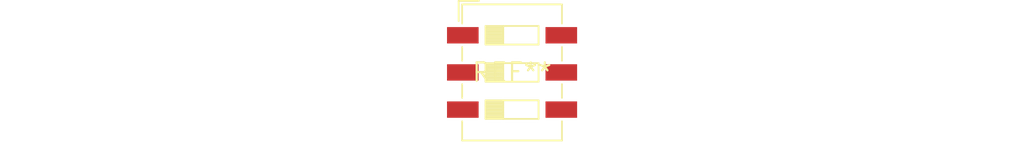
<source format=kicad_pcb>
(kicad_pcb (version 20240108) (generator pcbnew)
  (layers (0 "F.Cu" signal) (31 "B.Cu" signal) (34 "B.Paste" user) (35 "F.Paste" user) (36 "B.SilkS" user "B.Silkscreen") (37 "F.SilkS" user "F.Silkscreen") (38 "B.Mask" user) (39 "F.Mask" user) (44 "Edge.Cuts" user))
  (net 0 "")
  (footprint "SW_DIP_SPSTx03_Slide_6.7x9.18mm_W6.73mm_P2.54mm_LowProfile_JPin" (layer "F.Cu") (at 0 0)
    (property "Reference" "REF**")
    (property "Value" "SW_DIP_SPSTx03_Slide_6.7x9.18mm_W6.73mm_P2.54mm_LowProfile_JPin")
    (fp_line (start -3.65 -4.89) (end -3.65 -3.507) (layer "F.SilkS") (stroke (width 0.12)))
    (fp_line (start -3.65 -4.89) (end -2.267 -4.89) (layer "F.SilkS") (stroke (width 0.12)))
    (fp_line (start -3.41 -4.65) (end -3.41 -3.34) (layer "F.SilkS") (stroke (width 0.12)))
    (fp_line (start -3.41 -4.65) (end 3.41 -4.65) (layer "F.SilkS") (stroke (width 0.12)))
    (fp_line (start -3.41 -1.74) (end -3.41 -0.8) (layer "F.SilkS") (stroke (width 0.12)))
    (fp_line (start -3.41 0.8) (end -3.41 1.74) (layer "F.SilkS") (stroke (width 0.12)))
    (fp_line (start -3.41 3.34) (end -3.41 4.65) (layer "F.SilkS") (stroke (width 0.12)))
    (fp_line (start -3.41 4.65) (end 3.41 4.65) (layer "F.SilkS") (stroke (width 0.12)))
    (fp_line (start -1.81 -3.175) (end -1.81 -1.905) (layer "F.SilkS") (stroke (width 0.12)))
    (fp_line (start -1.81 -3.055) (end -0.603333 -3.055) (layer "F.SilkS") (stroke (width 0.12)))
    (fp_line (start -1.81 -2.935) (end -0.603333 -2.935) (layer "F.SilkS") (stroke (width 0.12)))
    (fp_line (start -1.81 -2.815) (end -0.603333 -2.815) (layer "F.SilkS") (stroke (width 0.12)))
    (fp_line (start -1.81 -2.695) (end -0.603333 -2.695) (layer "F.SilkS") (stroke (width 0.12)))
    (fp_line (start -1.81 -2.575) (end -0.603333 -2.575) (layer "F.SilkS") (stroke (width 0.12)))
    (fp_line (start -1.81 -2.455) (end -0.603333 -2.455) (layer "F.SilkS") (stroke (width 0.12)))
    (fp_line (start -1.81 -2.335) (end -0.603333 -2.335) (layer "F.SilkS") (stroke (width 0.12)))
    (fp_line (start -1.81 -2.215) (end -0.603333 -2.215) (layer "F.SilkS") (stroke (width 0.12)))
    (fp_line (start -1.81 -2.095) (end -0.603333 -2.095) (layer "F.SilkS") (stroke (width 0.12)))
    (fp_line (start -1.81 -1.975) (end -0.603333 -1.975) (layer "F.SilkS") (stroke (width 0.12)))
    (fp_line (start -1.81 -1.905) (end 1.81 -1.905) (layer "F.SilkS") (stroke (width 0.12)))
    (fp_line (start -1.81 -0.635) (end -1.81 0.635) (layer "F.SilkS") (stroke (width 0.12)))
    (fp_line (start -1.81 -0.515) (end -0.603333 -0.515) (layer "F.SilkS") (stroke (width 0.12)))
    (fp_line (start -1.81 -0.395) (end -0.603333 -0.395) (layer "F.SilkS") (stroke (width 0.12)))
    (fp_line (start -1.81 -0.275) (end -0.603333 -0.275) (layer "F.SilkS") (stroke (width 0.12)))
    (fp_line (start -1.81 -0.155) (end -0.603333 -0.155) (layer "F.SilkS") (stroke (width 0.12)))
    (fp_line (start -1.81 -0.035) (end -0.603333 -0.035) (layer "F.SilkS") (stroke (width 0.12)))
    (fp_line (start -1.81 0.085) (end -0.603333 0.085) (layer "F.SilkS") (stroke (width 0.12)))
    (fp_line (start -1.81 0.205) (end -0.603333 0.205) (layer "F.SilkS") (stroke (width 0.12)))
    (fp_line (start -1.81 0.325) (end -0.603333 0.325) (layer "F.SilkS") (stroke (width 0.12)))
    (fp_line (start -1.81 0.445) (end -0.603333 0.445) (layer "F.SilkS") (stroke (width 0.12)))
    (fp_line (start -1.81 0.565) (end -0.603333 0.565) (layer "F.SilkS") (stroke (width 0.12)))
    (fp_line (start -1.81 0.635) (end 1.81 0.635) (layer "F.SilkS") (stroke (width 0.12)))
    (fp_line (start -1.81 1.905) (end -1.81 3.175) (layer "F.SilkS") (stroke (width 0.12)))
    (fp_line (start -1.81 2.025) (end -0.603333 2.025) (layer "F.SilkS") (stroke (width 0.12)))
    (fp_line (start -1.81 2.145) (end -0.603333 2.145) (layer "F.SilkS") (stroke (width 0.12)))
    (fp_line (start -1.81 2.265) (end -0.603333 2.265) (layer "F.SilkS") (stroke (width 0.12)))
    (fp_line (start -1.81 2.385) (end -0.603333 2.385) (layer "F.SilkS") (stroke (width 0.12)))
    (fp_line (start -1.81 2.505) (end -0.603333 2.505) (layer "F.SilkS") (stroke (width 0.12)))
    (fp_line (start -1.81 2.625) (end -0.603333 2.625) (layer "F.SilkS") (stroke (width 0.12)))
    (fp_line (start -1.81 2.745) (end -0.603333 2.745) (layer "F.SilkS") (stroke (width 0.12)))
    (fp_line (start -1.81 2.865) (end -0.603333 2.865) (layer "F.SilkS") (stroke (width 0.12)))
    (fp_line (start -1.81 2.985) (end -0.603333 2.985) (layer "F.SilkS") (stroke (width 0.12)))
    (fp_line (start -1.81 3.105) (end -0.603333 3.105) (layer "F.SilkS") (stroke (width 0.12)))
    (fp_line (start -1.81 3.175) (end 1.81 3.175) (layer "F.SilkS") (stroke (width 0.12)))
    (fp_line (start -0.603333 -3.175) (end -0.603333 -1.905) (layer "F.SilkS") (stroke (width 0.12)))
    (fp_line (start -0.603333 -0.635) (end -0.603333 0.635) (layer "F.SilkS") (stroke (width 0.12)))
    (fp_line (start -0.603333 1.905) (end -0.603333 3.175) (layer "F.SilkS") (stroke (width 0.12)))
    (fp_line (start 1.81 -3.175) (end -1.81 -3.175) (layer "F.SilkS") (stroke (width 0.12)))
    (fp_line (start 1.81 -1.905) (end 1.81 -3.175) (layer "F.SilkS") (stroke (width 0.12)))
    (fp_line (start 1.81 -0.635) (end -1.81 -0.635) (layer "F.SilkS") (stroke (width 0.12)))
    (fp_line (start 1.81 0.635) (end 1.81 -0.635) (layer "F.SilkS") (stroke (width 0.12)))
    (fp_line (start 1.81 1.905) (end -1.81 1.905) (layer "F.SilkS") (stroke (width 0.12)))
    (fp_line (start 1.81 3.175) (end 1.81 1.905) (layer "F.SilkS") (stroke (width 0.12)))
    (fp_line (start 3.41 -4.65) (end 3.41 -3.34) (layer "F.SilkS") (stroke (width 0.12)))
    (fp_line (start 3.41 -1.74) (end 3.41 -0.8) (layer "F.SilkS") (stroke (width 0.12)))
    (fp_line (start 3.41 0.8) (end 3.41 1.74) (layer "F.SilkS") (stroke (width 0.12)))
    (fp_line (start 3.41 3.34) (end 3.41 4.65) (layer "F.SilkS") (stroke (width 0.12)))
    (pad "1" smd rect (at -3.365 -2.54) (size 2.16 1.12) (layers "F.Cu" "F.Paste" "F.Mask"))
    (pad "2" smd rect (at -3.365 0) (size 2.16 1.12) (layers "F.Cu" "F.Paste" "F.Mask"))
    (pad "3" smd rect (at -3.365 2.54) (size 2.16 1.12) (layers "F.Cu" "F.Paste" "F.Mask"))
    (pad "4" smd rect (at 3.365 2.54) (size 2.16 1.12) (layers "F.Cu" "F.Paste" "F.Mask"))
    (pad "5" smd rect (at 3.365 0) (size 2.16 1.12) (layers "F.Cu" "F.Paste" "F.Mask"))
    (pad "6" smd rect (at 3.365 -2.54) (size 2.16 1.12) (layers "F.Cu" "F.Paste" "F.Mask"))
  )
)
</source>
